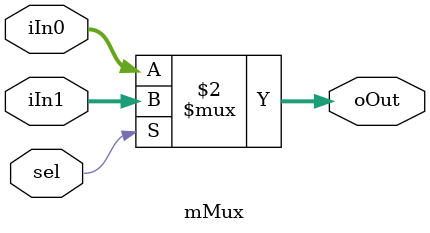
<source format=v>
`ifndef	_mMUX_
`define	_mMUX_

module mMux #(
	parameter	pStreamBits = 32
)(
	input		[pStreamBits-1:0]	iIn0,
	input		[pStreamBits-1:0]	iIn1,
	output		[pStreamBits-1:0]	oOut,
	
	input					sel
);

	assign	oOut	= (sel == 1'b0) ? iIn0 : iIn1;
endmodule

`endif

</source>
